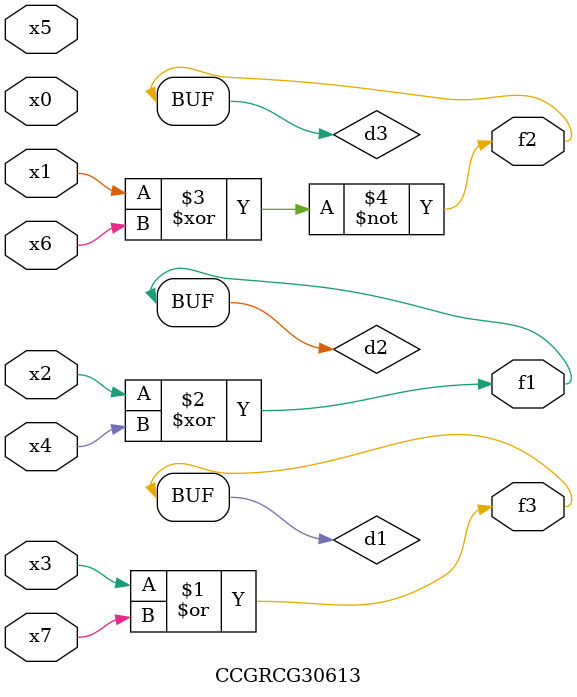
<source format=v>
module CCGRCG30613(
	input x0, x1, x2, x3, x4, x5, x6, x7,
	output f1, f2, f3
);

	wire d1, d2, d3;

	or (d1, x3, x7);
	xor (d2, x2, x4);
	xnor (d3, x1, x6);
	assign f1 = d2;
	assign f2 = d3;
	assign f3 = d1;
endmodule

</source>
